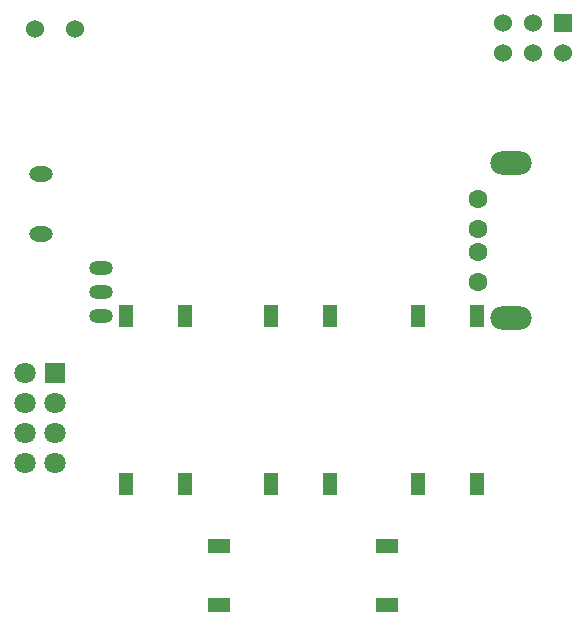
<source format=gbp>
G04 #@! TF.GenerationSoftware,KiCad,Pcbnew,(5.1.9-0-10_14)*
G04 #@! TF.CreationDate,2021-04-26T19:25:28+02:00*
G04 #@! TF.ProjectId,Le_kube,4c655f6b-7562-4652-9e6b-696361645f70,rev?*
G04 #@! TF.SameCoordinates,Original*
G04 #@! TF.FileFunction,Paste,Bot*
G04 #@! TF.FilePolarity,Positive*
%FSLAX46Y46*%
G04 Gerber Fmt 4.6, Leading zero omitted, Abs format (unit mm)*
G04 Created by KiCad (PCBNEW (5.1.9-0-10_14)) date 2021-04-26 19:25:28*
%MOMM*%
%LPD*%
G01*
G04 APERTURE LIST*
%ADD10R,1.300000X1.950000*%
%ADD11O,3.500000X2.000000*%
%ADD12C,1.600000*%
%ADD13C,1.524000*%
%ADD14R,1.524000X1.524000*%
%ADD15R,1.800000X1.800000*%
%ADD16C,1.800000*%
%ADD17O,2.000000X1.300000*%
%ADD18R,1.950000X1.300000*%
%ADD19O,2.000000X1.200000*%
G04 APERTURE END LIST*
D10*
X115250000Y-96212000D03*
X115250000Y-81988000D03*
X110250000Y-96212000D03*
X110250000Y-81988000D03*
D11*
X118125000Y-69052000D03*
X118125000Y-82168000D03*
D12*
X115375000Y-72110000D03*
X115375000Y-74610000D03*
X115375000Y-76610000D03*
X115375000Y-79110000D03*
D13*
X117460000Y-59770000D03*
X117460000Y-57230000D03*
X120000000Y-59770000D03*
X120000000Y-57230000D03*
X122540000Y-59770000D03*
D14*
X122540000Y-57230000D03*
D15*
X79490000Y-86830000D03*
D16*
X79490000Y-89370000D03*
X79490000Y-91910000D03*
X79490000Y-94450000D03*
X76950000Y-86830000D03*
X76950000Y-89370000D03*
X76950000Y-91910000D03*
X76950000Y-94450000D03*
D10*
X102850000Y-96188000D03*
X102850000Y-81964000D03*
X97850000Y-96188000D03*
X97850000Y-81964000D03*
X90500000Y-96212000D03*
X90500000Y-81988000D03*
X85500000Y-96212000D03*
X85500000Y-81988000D03*
D17*
X78300000Y-75040000D03*
X78300000Y-69960000D03*
D18*
X93388000Y-106500000D03*
X107612000Y-106500000D03*
X93388000Y-101500000D03*
X107612000Y-101500000D03*
D13*
X77825000Y-57700000D03*
X81225000Y-57700000D03*
D19*
X83400000Y-81975000D03*
X83400000Y-79975000D03*
X83400000Y-77975000D03*
M02*

</source>
